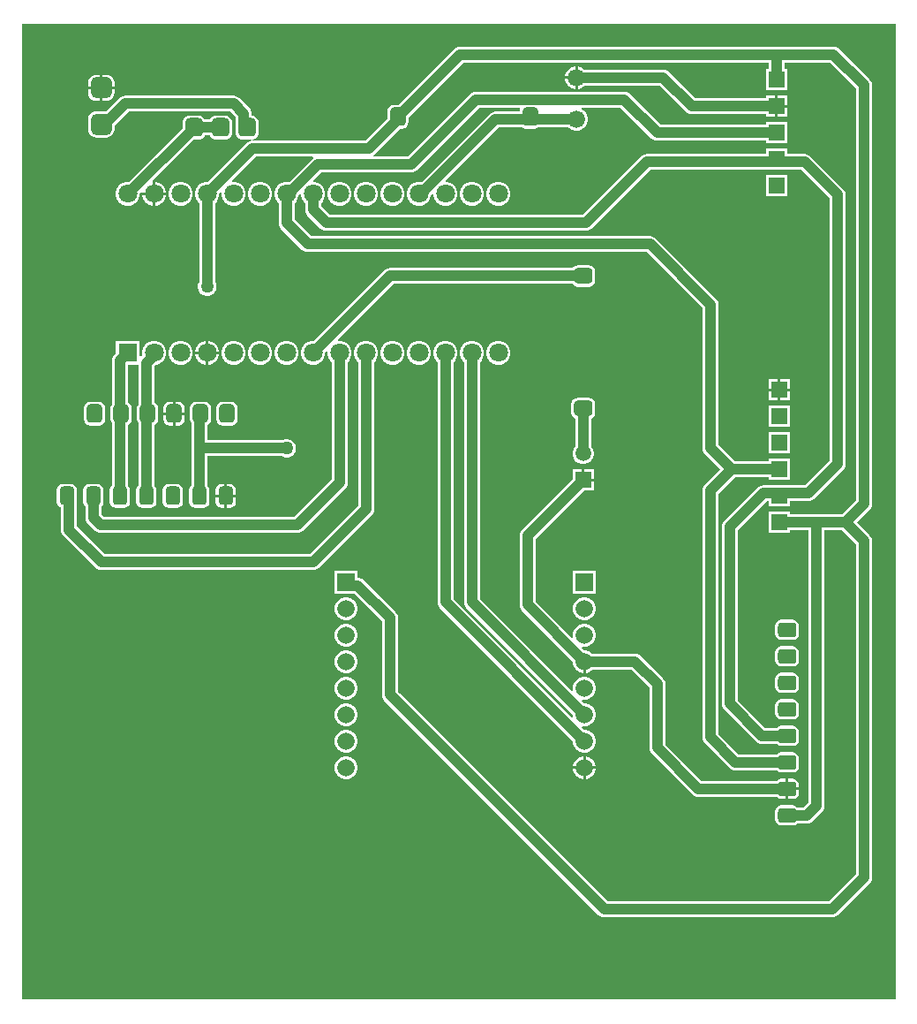
<source format=gbl>
G04*
G04 #@! TF.GenerationSoftware,Altium Limited,Altium Designer,23.0.1 (38)*
G04*
G04 Layer_Physical_Order=2*
G04 Layer_Color=16711680*
%FSLAX44Y44*%
%MOMM*%
G71*
G04*
G04 #@! TF.SameCoordinates,985B461A-E2ED-4122-8631-A30AF7355125*
G04*
G04*
G04 #@! TF.FilePolarity,Positive*
G04*
G01*
G75*
%ADD10C,1.0160*%
%ADD11R,1.5240X1.5240*%
G04:AMPARAMS|DCode=12|XSize=1.408mm|YSize=1.778mm|CornerRadius=0.352mm|HoleSize=0mm|Usage=FLASHONLY|Rotation=270.000|XOffset=0mm|YOffset=0mm|HoleType=Round|Shape=RoundedRectangle|*
%AMROUNDEDRECTD12*
21,1,1.4080,1.0740,0,0,270.0*
21,1,0.7040,1.7780,0,0,270.0*
1,1,0.7040,-0.5370,-0.3520*
1,1,0.7040,-0.5370,0.3520*
1,1,0.7040,0.5370,0.3520*
1,1,0.7040,0.5370,-0.3520*
%
%ADD12ROUNDEDRECTD12*%
%ADD13R,1.8000X1.8000*%
%ADD14C,1.8000*%
G04:AMPARAMS|DCode=15|XSize=1.524mm|YSize=1.778mm|CornerRadius=0.381mm|HoleSize=0mm|Usage=FLASHONLY|Rotation=0.000|XOffset=0mm|YOffset=0mm|HoleType=Round|Shape=RoundedRectangle|*
%AMROUNDEDRECTD15*
21,1,1.5240,1.0160,0,0,0.0*
21,1,0.7620,1.7780,0,0,0.0*
1,1,0.7620,0.3810,-0.5080*
1,1,0.7620,-0.3810,-0.5080*
1,1,0.7620,-0.3810,0.5080*
1,1,0.7620,0.3810,0.5080*
%
%ADD15ROUNDEDRECTD15*%
%ADD16C,1.6764*%
G04:AMPARAMS|DCode=17|XSize=1.7mm|YSize=1.778mm|CornerRadius=0.425mm|HoleSize=0mm|Usage=FLASHONLY|Rotation=180.000|XOffset=0mm|YOffset=0mm|HoleType=Round|Shape=RoundedRectangle|*
%AMROUNDEDRECTD17*
21,1,1.7000,0.9280,0,0,180.0*
21,1,0.8500,1.7780,0,0,180.0*
1,1,0.8500,-0.4250,0.4640*
1,1,0.8500,0.4250,0.4640*
1,1,0.8500,0.4250,-0.4640*
1,1,0.8500,-0.4250,-0.4640*
%
%ADD17ROUNDEDRECTD17*%
G04:AMPARAMS|DCode=18|XSize=1.408mm|YSize=1.778mm|CornerRadius=0.352mm|HoleSize=0mm|Usage=FLASHONLY|Rotation=0.000|XOffset=0mm|YOffset=0mm|HoleType=Round|Shape=RoundedRectangle|*
%AMROUNDEDRECTD18*
21,1,1.4080,1.0740,0,0,0.0*
21,1,0.7040,1.7780,0,0,0.0*
1,1,0.7040,0.3520,-0.5370*
1,1,0.7040,-0.3520,-0.5370*
1,1,0.7040,-0.3520,0.5370*
1,1,0.7040,0.3520,0.5370*
%
%ADD18ROUNDEDRECTD18*%
G04:AMPARAMS|DCode=19|XSize=2mm|YSize=2mm|CornerRadius=0.5mm|HoleSize=0mm|Usage=FLASHONLY|Rotation=270.000|XOffset=0mm|YOffset=0mm|HoleType=Round|Shape=RoundedRectangle|*
%AMROUNDEDRECTD19*
21,1,2.0000,1.0000,0,0,270.0*
21,1,1.0000,2.0000,0,0,270.0*
1,1,1.0000,-0.5000,-0.5000*
1,1,1.0000,-0.5000,0.5000*
1,1,1.0000,0.5000,0.5000*
1,1,1.0000,0.5000,-0.5000*
%
%ADD19ROUNDEDRECTD19*%
%ADD20C,1.6650*%
%ADD21R,1.6650X1.6650*%
%ADD22R,1.5080X1.5080*%
%ADD23C,1.5080*%
G04:AMPARAMS|DCode=24|XSize=1.524mm|YSize=1.778mm|CornerRadius=0.381mm|HoleSize=0mm|Usage=FLASHONLY|Rotation=270.000|XOffset=0mm|YOffset=0mm|HoleType=Round|Shape=RoundedRectangle|*
%AMROUNDEDRECTD24*
21,1,1.5240,1.0160,0,0,270.0*
21,1,0.7620,1.7780,0,0,270.0*
1,1,0.7620,-0.5080,-0.3810*
1,1,0.7620,-0.5080,0.3810*
1,1,0.7620,0.5080,0.3810*
1,1,0.7620,0.5080,-0.3810*
%
%ADD24ROUNDEDRECTD24*%
%ADD25C,1.2700*%
G36*
X1092200Y281940D02*
X254000D01*
X254000Y1216660D01*
X1092200D01*
X1092200Y281940D01*
D02*
G37*
%LPC*%
G36*
X784860Y1176396D02*
X784692D01*
X781914Y1175652D01*
X779424Y1174214D01*
X777390Y1172180D01*
X775952Y1169690D01*
X775208Y1166912D01*
Y1166744D01*
X784860D01*
Y1176396D01*
D02*
G37*
G36*
X335200Y1168305D02*
X331470D01*
Y1156970D01*
X342805D01*
Y1160700D01*
X342546Y1162668D01*
X341786Y1164502D01*
X340578Y1166078D01*
X339002Y1167286D01*
X337168Y1168046D01*
X335200Y1168305D01*
D02*
G37*
G36*
X328930D02*
X325200D01*
X323232Y1168046D01*
X321398Y1167286D01*
X319822Y1166078D01*
X318614Y1164502D01*
X317854Y1162668D01*
X317595Y1160700D01*
Y1156970D01*
X328930D01*
Y1168305D01*
D02*
G37*
G36*
X784860Y1164204D02*
X775208D01*
Y1164036D01*
X775952Y1161258D01*
X777390Y1158768D01*
X779424Y1156734D01*
X781914Y1155296D01*
X784692Y1154552D01*
X784860D01*
Y1164204D01*
D02*
G37*
G36*
X342805Y1154430D02*
X331470D01*
Y1143095D01*
X335200D01*
X337168Y1143354D01*
X339002Y1144114D01*
X340578Y1145322D01*
X341786Y1146898D01*
X342546Y1148732D01*
X342805Y1150700D01*
Y1154430D01*
D02*
G37*
G36*
X328930D02*
X317595D01*
Y1150700D01*
X317854Y1148732D01*
X318614Y1146898D01*
X319822Y1145322D01*
X321398Y1144114D01*
X323232Y1143354D01*
X325200Y1143095D01*
X328930D01*
Y1154430D01*
D02*
G37*
G36*
X988060Y1148080D02*
X979170D01*
Y1139190D01*
X988060D01*
Y1148080D01*
D02*
G37*
G36*
Y1136650D02*
X979170D01*
Y1127760D01*
X988060D01*
Y1136650D01*
D02*
G37*
G36*
X787568Y1176396D02*
X787400D01*
Y1165474D01*
Y1154552D01*
X787568D01*
X790346Y1155296D01*
X792836Y1156734D01*
X793890Y1157788D01*
X865948D01*
X891251Y1132485D01*
X891251Y1132485D01*
X892843Y1131264D01*
X894696Y1130496D01*
X896685Y1130234D01*
X896686Y1130234D01*
X967740D01*
Y1127760D01*
X976630D01*
Y1137920D01*
Y1148080D01*
X967740D01*
Y1145606D01*
X899869D01*
X874566Y1170909D01*
X872974Y1172130D01*
X871121Y1172898D01*
X869131Y1173160D01*
X793890D01*
X792836Y1174214D01*
X790346Y1175652D01*
X787568Y1176396D01*
D02*
G37*
G36*
X448750Y1129089D02*
X440250D01*
X438478Y1128855D01*
X436826Y1128171D01*
X435407Y1127083D01*
X434319Y1125664D01*
X434162Y1125286D01*
X429438D01*
X429281Y1125664D01*
X428193Y1127083D01*
X426774Y1128171D01*
X425122Y1128855D01*
X423350Y1129089D01*
X414850D01*
X413078Y1128855D01*
X411426Y1128171D01*
X410007Y1127083D01*
X408919Y1125664D01*
X408235Y1124013D01*
X408001Y1122240D01*
Y1116981D01*
X356661Y1065640D01*
X354081D01*
X351146Y1064854D01*
X348514Y1063334D01*
X346366Y1061186D01*
X344846Y1058554D01*
X344060Y1055619D01*
Y1052581D01*
X344846Y1049646D01*
X346366Y1047014D01*
X348514Y1044866D01*
X351146Y1043346D01*
X354081Y1042560D01*
X357119D01*
X360054Y1043346D01*
X362686Y1044866D01*
X364834Y1047014D01*
X366353Y1049646D01*
X367140Y1052581D01*
Y1054381D01*
X368190Y1055431D01*
X368337Y1055370D01*
X379730D01*
Y1066764D01*
X379669Y1066910D01*
X418871Y1106111D01*
X423350D01*
X425122Y1106345D01*
X426774Y1107029D01*
X428193Y1108117D01*
X429281Y1109536D01*
X429438Y1109914D01*
X434162D01*
X434319Y1109536D01*
X435407Y1108117D01*
X436826Y1107029D01*
X438478Y1106345D01*
X440250Y1106111D01*
X448750D01*
X450522Y1106345D01*
X452174Y1107029D01*
X453593Y1108117D01*
X454681Y1109536D01*
X455365Y1111187D01*
X455599Y1112960D01*
Y1122240D01*
X455365Y1124013D01*
X454681Y1125664D01*
X453593Y1127083D01*
X452174Y1128171D01*
X450522Y1128855D01*
X448750Y1129089D01*
D02*
G37*
G36*
X382519Y1065640D02*
X382270D01*
Y1055370D01*
X392540D01*
Y1055619D01*
X391754Y1058554D01*
X390234Y1061186D01*
X388086Y1063334D01*
X385454Y1064854D01*
X382519Y1065640D01*
D02*
G37*
G36*
X988060Y1071880D02*
X967740D01*
Y1051560D01*
X988060D01*
Y1071880D01*
D02*
G37*
G36*
X712719Y1065640D02*
X709681D01*
X706746Y1064854D01*
X704114Y1063334D01*
X701966Y1061186D01*
X700446Y1058554D01*
X699660Y1055619D01*
Y1052581D01*
X700446Y1049646D01*
X701966Y1047014D01*
X704114Y1044866D01*
X706746Y1043346D01*
X709681Y1042560D01*
X712719D01*
X715654Y1043346D01*
X718286Y1044866D01*
X720434Y1047014D01*
X721954Y1049646D01*
X722740Y1052581D01*
Y1055619D01*
X721954Y1058554D01*
X720434Y1061186D01*
X718286Y1063334D01*
X715654Y1064854D01*
X712719Y1065640D01*
D02*
G37*
G36*
X687319D02*
X684281D01*
X681346Y1064854D01*
X678714Y1063334D01*
X676566Y1061186D01*
X675046Y1058554D01*
X674260Y1055619D01*
Y1052581D01*
X675046Y1049646D01*
X676566Y1047014D01*
X678714Y1044866D01*
X681346Y1043346D01*
X684281Y1042560D01*
X687319D01*
X690254Y1043346D01*
X692886Y1044866D01*
X695034Y1047014D01*
X696553Y1049646D01*
X697340Y1052581D01*
Y1055619D01*
X696553Y1058554D01*
X695034Y1061186D01*
X692886Y1063334D01*
X690254Y1064854D01*
X687319Y1065640D01*
D02*
G37*
G36*
X611119D02*
X608081D01*
X605146Y1064854D01*
X602514Y1063334D01*
X600366Y1061186D01*
X598847Y1058554D01*
X598060Y1055619D01*
Y1052581D01*
X598847Y1049646D01*
X600366Y1047014D01*
X602514Y1044866D01*
X605146Y1043346D01*
X608081Y1042560D01*
X611119D01*
X614054Y1043346D01*
X616686Y1044866D01*
X618834Y1047014D01*
X620354Y1049646D01*
X621140Y1052581D01*
Y1055619D01*
X620354Y1058554D01*
X618834Y1061186D01*
X616686Y1063334D01*
X614054Y1064854D01*
X611119Y1065640D01*
D02*
G37*
G36*
X585719D02*
X582681D01*
X579746Y1064854D01*
X577114Y1063334D01*
X574966Y1061186D01*
X573447Y1058554D01*
X572660Y1055619D01*
Y1052581D01*
X573447Y1049646D01*
X574966Y1047014D01*
X577114Y1044866D01*
X579746Y1043346D01*
X582681Y1042560D01*
X585719D01*
X588654Y1043346D01*
X591286Y1044866D01*
X593434Y1047014D01*
X594953Y1049646D01*
X595740Y1052581D01*
Y1055619D01*
X594953Y1058554D01*
X593434Y1061186D01*
X591286Y1063334D01*
X588654Y1064854D01*
X585719Y1065640D01*
D02*
G37*
G36*
X560319D02*
X557281D01*
X554346Y1064854D01*
X551714Y1063334D01*
X549566Y1061186D01*
X548046Y1058554D01*
X547260Y1055619D01*
Y1052581D01*
X548046Y1049646D01*
X549566Y1047014D01*
X551714Y1044866D01*
X554346Y1043346D01*
X557281Y1042560D01*
X560319D01*
X563254Y1043346D01*
X565886Y1044866D01*
X568034Y1047014D01*
X569553Y1049646D01*
X570340Y1052581D01*
Y1055619D01*
X569553Y1058554D01*
X568034Y1061186D01*
X565886Y1063334D01*
X563254Y1064854D01*
X560319Y1065640D01*
D02*
G37*
G36*
X484119D02*
X481081D01*
X478146Y1064854D01*
X475514Y1063334D01*
X473366Y1061186D01*
X471847Y1058554D01*
X471060Y1055619D01*
Y1052581D01*
X471847Y1049646D01*
X473366Y1047014D01*
X475514Y1044866D01*
X478146Y1043346D01*
X481081Y1042560D01*
X484119D01*
X487054Y1043346D01*
X489686Y1044866D01*
X491834Y1047014D01*
X493354Y1049646D01*
X494140Y1052581D01*
Y1055619D01*
X493354Y1058554D01*
X491834Y1061186D01*
X489686Y1063334D01*
X487054Y1064854D01*
X484119Y1065640D01*
D02*
G37*
G36*
X407919D02*
X404881D01*
X401946Y1064854D01*
X399314Y1063334D01*
X397166Y1061186D01*
X395647Y1058554D01*
X394860Y1055619D01*
Y1052581D01*
X395647Y1049646D01*
X397166Y1047014D01*
X399314Y1044866D01*
X401946Y1043346D01*
X404881Y1042560D01*
X407919D01*
X410854Y1043346D01*
X413486Y1044866D01*
X415634Y1047014D01*
X417154Y1049646D01*
X417940Y1052581D01*
Y1055619D01*
X417154Y1058554D01*
X415634Y1061186D01*
X413486Y1063334D01*
X410854Y1064854D01*
X407919Y1065640D01*
D02*
G37*
G36*
X392540Y1052830D02*
X382270D01*
Y1042560D01*
X382519D01*
X385454Y1043346D01*
X388086Y1044866D01*
X390234Y1047014D01*
X391754Y1049646D01*
X392540Y1052581D01*
Y1052830D01*
D02*
G37*
G36*
X379730D02*
X369460D01*
Y1052581D01*
X370247Y1049646D01*
X371766Y1047014D01*
X373914Y1044866D01*
X376546Y1043346D01*
X379481Y1042560D01*
X379730D01*
Y1052830D01*
D02*
G37*
G36*
X797560Y985644D02*
X787400D01*
X784922Y985152D01*
X782822Y983748D01*
X782353Y983046D01*
X607060D01*
X605071Y982784D01*
X603217Y982016D01*
X601625Y980795D01*
X601625Y980795D01*
X534071Y913240D01*
X531881D01*
X528946Y912454D01*
X526314Y910934D01*
X524166Y908786D01*
X522646Y906154D01*
X521860Y903219D01*
Y900181D01*
X522646Y897246D01*
X524166Y894614D01*
X526314Y892466D01*
X528946Y890947D01*
X531881Y890160D01*
X534919D01*
X537854Y890947D01*
X540486Y892466D01*
X542634Y894614D01*
X544154Y897246D01*
X544940Y900181D01*
Y902371D01*
X546132Y903563D01*
X547260Y902895D01*
Y900181D01*
X548046Y897246D01*
X549566Y894614D01*
X551114Y893066D01*
Y780424D01*
X514976Y744286D01*
X332804D01*
X330266Y746824D01*
Y754665D01*
X330469Y754801D01*
X331808Y756805D01*
X332279Y759170D01*
Y769910D01*
X331808Y772274D01*
X330469Y774279D01*
X328465Y775618D01*
X326100Y776089D01*
X319060D01*
X316695Y775618D01*
X314691Y774279D01*
X313352Y772274D01*
X312881Y769910D01*
Y759170D01*
X313352Y756805D01*
X314691Y754801D01*
X314894Y754665D01*
Y743640D01*
X315156Y741651D01*
X315924Y739797D01*
X317145Y738205D01*
X324185Y731165D01*
X325777Y729944D01*
X327631Y729176D01*
X329620Y728914D01*
X518160D01*
X520149Y729176D01*
X522003Y729944D01*
X523595Y731165D01*
X564235Y771805D01*
X565456Y773397D01*
X566224Y775251D01*
X566486Y777240D01*
X566486Y777240D01*
Y893066D01*
X568034Y894614D01*
X569553Y897246D01*
X570340Y900181D01*
Y903219D01*
X569553Y906154D01*
X568034Y908786D01*
X565886Y910934D01*
X563254Y912454D01*
X560319Y913240D01*
X557605D01*
X556937Y914368D01*
X610243Y967674D01*
X782353D01*
X782822Y966972D01*
X784922Y965568D01*
X787400Y965076D01*
X797560D01*
X800038Y965568D01*
X802138Y966972D01*
X803542Y969072D01*
X804034Y971550D01*
Y979170D01*
X803542Y981648D01*
X802138Y983748D01*
X800038Y985152D01*
X797560Y985644D01*
D02*
G37*
G36*
X433319Y913240D02*
X433070D01*
Y902970D01*
X443340D01*
Y903219D01*
X442553Y906154D01*
X441034Y908786D01*
X438886Y910934D01*
X436254Y912454D01*
X433319Y913240D01*
D02*
G37*
G36*
X430530D02*
X430281D01*
X427346Y912454D01*
X424714Y910934D01*
X422566Y908786D01*
X421046Y906154D01*
X420260Y903219D01*
Y902970D01*
X430530D01*
Y913240D01*
D02*
G37*
G36*
X382519D02*
X379481D01*
X376546Y912454D01*
X373914Y910934D01*
X371766Y908786D01*
X370247Y906154D01*
X369460Y903219D01*
Y900181D01*
X369729Y899177D01*
X368410Y897858D01*
X367140Y898384D01*
Y913240D01*
X344060D01*
Y901029D01*
X342545Y899515D01*
X341324Y897923D01*
X340556Y896069D01*
X340294Y894080D01*
Y852088D01*
X339458Y850838D01*
X338966Y848360D01*
Y838200D01*
X339458Y835722D01*
X340294Y834472D01*
Y774415D01*
X340091Y774279D01*
X338752Y772274D01*
X338281Y769910D01*
Y759170D01*
X338752Y756805D01*
X340091Y754801D01*
X342095Y753462D01*
X344460Y752991D01*
X351500D01*
X353865Y753462D01*
X355869Y754801D01*
X357208Y756805D01*
X357679Y759170D01*
Y769910D01*
X357208Y772274D01*
X355869Y774279D01*
X355666Y774415D01*
Y832304D01*
X357638Y833622D01*
X359042Y835722D01*
X359534Y838200D01*
Y848360D01*
X359042Y850838D01*
X357638Y852938D01*
X355666Y854256D01*
Y890160D01*
X365694D01*
Y852088D01*
X364858Y850838D01*
X364366Y848360D01*
Y838200D01*
X364858Y835722D01*
X365694Y834472D01*
Y774415D01*
X365491Y774279D01*
X364152Y772274D01*
X363681Y769910D01*
Y759170D01*
X364152Y756805D01*
X365491Y754801D01*
X367495Y753462D01*
X369860Y752991D01*
X376900D01*
X379264Y753462D01*
X381269Y754801D01*
X382608Y756805D01*
X383079Y759170D01*
Y769910D01*
X382608Y772274D01*
X381269Y774279D01*
X381066Y774415D01*
Y832304D01*
X383038Y833622D01*
X384442Y835722D01*
X384934Y838200D01*
Y848360D01*
X384442Y850838D01*
X383038Y852938D01*
X381066Y854256D01*
Y888775D01*
X382451Y890160D01*
X382519D01*
X385454Y890947D01*
X388086Y892466D01*
X390234Y894614D01*
X391754Y897246D01*
X392540Y900181D01*
Y903219D01*
X391754Y906154D01*
X390234Y908786D01*
X388086Y910934D01*
X385454Y912454D01*
X382519Y913240D01*
D02*
G37*
G36*
X712719D02*
X709681D01*
X706746Y912454D01*
X704114Y910934D01*
X701966Y908786D01*
X700446Y906154D01*
X699660Y903219D01*
Y900181D01*
X700446Y897246D01*
X701966Y894614D01*
X704114Y892466D01*
X706746Y890947D01*
X709681Y890160D01*
X712719D01*
X715654Y890947D01*
X718286Y892466D01*
X720434Y894614D01*
X721954Y897246D01*
X722740Y900181D01*
Y903219D01*
X721954Y906154D01*
X720434Y908786D01*
X718286Y910934D01*
X715654Y912454D01*
X712719Y913240D01*
D02*
G37*
G36*
X636519D02*
X633481D01*
X630546Y912454D01*
X627914Y910934D01*
X625766Y908786D01*
X624246Y906154D01*
X623460Y903219D01*
Y900181D01*
X624246Y897246D01*
X625766Y894614D01*
X627914Y892466D01*
X630546Y890947D01*
X633481Y890160D01*
X636519D01*
X639454Y890947D01*
X642086Y892466D01*
X644234Y894614D01*
X645753Y897246D01*
X646540Y900181D01*
Y903219D01*
X645753Y906154D01*
X644234Y908786D01*
X642086Y910934D01*
X639454Y912454D01*
X636519Y913240D01*
D02*
G37*
G36*
X611119D02*
X608081D01*
X605146Y912454D01*
X602514Y910934D01*
X600366Y908786D01*
X598847Y906154D01*
X598060Y903219D01*
Y900181D01*
X598847Y897246D01*
X600366Y894614D01*
X602514Y892466D01*
X605146Y890947D01*
X608081Y890160D01*
X611119D01*
X614054Y890947D01*
X616686Y892466D01*
X618834Y894614D01*
X620354Y897246D01*
X621140Y900181D01*
Y903219D01*
X620354Y906154D01*
X618834Y908786D01*
X616686Y910934D01*
X614054Y912454D01*
X611119Y913240D01*
D02*
G37*
G36*
X509519D02*
X506481D01*
X503546Y912454D01*
X500914Y910934D01*
X498766Y908786D01*
X497247Y906154D01*
X496460Y903219D01*
Y900181D01*
X497247Y897246D01*
X498766Y894614D01*
X500914Y892466D01*
X503546Y890947D01*
X506481Y890160D01*
X509519D01*
X512454Y890947D01*
X515086Y892466D01*
X517234Y894614D01*
X518754Y897246D01*
X519540Y900181D01*
Y903219D01*
X518754Y906154D01*
X517234Y908786D01*
X515086Y910934D01*
X512454Y912454D01*
X509519Y913240D01*
D02*
G37*
G36*
X484119D02*
X481081D01*
X478146Y912454D01*
X475514Y910934D01*
X473366Y908786D01*
X471847Y906154D01*
X471060Y903219D01*
Y900181D01*
X471847Y897246D01*
X473366Y894614D01*
X475514Y892466D01*
X478146Y890947D01*
X481081Y890160D01*
X484119D01*
X487054Y890947D01*
X489686Y892466D01*
X491834Y894614D01*
X493354Y897246D01*
X494140Y900181D01*
Y903219D01*
X493354Y906154D01*
X491834Y908786D01*
X489686Y910934D01*
X487054Y912454D01*
X484119Y913240D01*
D02*
G37*
G36*
X458719D02*
X455681D01*
X452746Y912454D01*
X450114Y910934D01*
X447966Y908786D01*
X446446Y906154D01*
X445660Y903219D01*
Y900181D01*
X446446Y897246D01*
X447966Y894614D01*
X450114Y892466D01*
X452746Y890947D01*
X455681Y890160D01*
X458719D01*
X461654Y890947D01*
X464286Y892466D01*
X466434Y894614D01*
X467953Y897246D01*
X468740Y900181D01*
Y903219D01*
X467953Y906154D01*
X466434Y908786D01*
X464286Y910934D01*
X461654Y912454D01*
X458719Y913240D01*
D02*
G37*
G36*
X443340Y900430D02*
X433070D01*
Y890160D01*
X433319D01*
X436254Y890947D01*
X438886Y892466D01*
X441034Y894614D01*
X442553Y897246D01*
X443340Y900181D01*
Y900430D01*
D02*
G37*
G36*
X430530D02*
X420260D01*
Y900181D01*
X421046Y897246D01*
X422566Y894614D01*
X424714Y892466D01*
X427346Y890947D01*
X430281Y890160D01*
X430530D01*
Y900430D01*
D02*
G37*
G36*
X407919Y913240D02*
X404881D01*
X401946Y912454D01*
X399314Y910934D01*
X397166Y908786D01*
X395647Y906154D01*
X394860Y903219D01*
Y900181D01*
X395647Y897246D01*
X397166Y894614D01*
X399314Y892466D01*
X401946Y890947D01*
X404881Y890160D01*
X407919D01*
X410854Y890947D01*
X413486Y892466D01*
X415634Y894614D01*
X417154Y897246D01*
X417940Y900181D01*
Y903219D01*
X417154Y906154D01*
X415634Y908786D01*
X413486Y910934D01*
X410854Y912454D01*
X407919Y913240D01*
D02*
G37*
G36*
X990600Y876300D02*
X981710D01*
Y867410D01*
X990600D01*
Y876300D01*
D02*
G37*
G36*
X979170D02*
X970280D01*
Y867410D01*
X979170D01*
Y876300D01*
D02*
G37*
G36*
X990600Y864870D02*
X981710D01*
Y855980D01*
X990600D01*
Y864870D01*
D02*
G37*
G36*
X979170D02*
X970280D01*
Y855980D01*
X979170D01*
Y864870D01*
D02*
G37*
G36*
X403860Y854834D02*
X401320D01*
Y844550D01*
X410334D01*
Y848360D01*
X409842Y850838D01*
X408438Y852938D01*
X406338Y854342D01*
X403860Y854834D01*
D02*
G37*
G36*
X398780D02*
X396240D01*
X393762Y854342D01*
X391662Y852938D01*
X390258Y850838D01*
X389766Y848360D01*
Y844550D01*
X398780D01*
Y854834D01*
D02*
G37*
G36*
X454660D02*
X447040D01*
X444562Y854342D01*
X442462Y852938D01*
X441058Y850838D01*
X440566Y848360D01*
Y838200D01*
X441058Y835722D01*
X442462Y833622D01*
X444562Y832218D01*
X447040Y831726D01*
X454660D01*
X457138Y832218D01*
X459238Y833622D01*
X460642Y835722D01*
X461134Y838200D01*
Y848360D01*
X460642Y850838D01*
X459238Y852938D01*
X457138Y854342D01*
X454660Y854834D01*
D02*
G37*
G36*
X410334Y842010D02*
X401320D01*
Y831726D01*
X403860D01*
X406338Y832218D01*
X408438Y833622D01*
X409842Y835722D01*
X410334Y838200D01*
Y842010D01*
D02*
G37*
G36*
X398780D02*
X389766D01*
Y838200D01*
X390258Y835722D01*
X391662Y833622D01*
X393762Y832218D01*
X396240Y831726D01*
X398780D01*
Y842010D01*
D02*
G37*
G36*
X327660Y854834D02*
X320040D01*
X317562Y854342D01*
X315462Y852938D01*
X314058Y850838D01*
X313566Y848360D01*
Y838200D01*
X314058Y835722D01*
X315462Y833622D01*
X317562Y832218D01*
X320040Y831726D01*
X327660D01*
X330138Y832218D01*
X332238Y833622D01*
X333642Y835722D01*
X334134Y838200D01*
Y848360D01*
X333642Y850838D01*
X332238Y852938D01*
X330138Y854342D01*
X327660Y854834D01*
D02*
G37*
G36*
X990600Y850900D02*
X970280D01*
Y830580D01*
X990600D01*
Y850900D01*
D02*
G37*
G36*
Y825500D02*
X970280D01*
Y805180D01*
X990600D01*
Y825500D01*
D02*
G37*
G36*
X429260Y854834D02*
X421640D01*
X419162Y854342D01*
X417062Y852938D01*
X415658Y850838D01*
X415166Y848360D01*
Y838200D01*
X415658Y835722D01*
X416494Y834472D01*
Y812800D01*
Y774415D01*
X416291Y774279D01*
X414952Y772274D01*
X414481Y769910D01*
Y759170D01*
X414952Y756805D01*
X416291Y754801D01*
X418296Y753462D01*
X420660Y752991D01*
X427700D01*
X430065Y753462D01*
X432069Y754801D01*
X433408Y756805D01*
X433879Y759170D01*
Y769910D01*
X433408Y772274D01*
X432069Y774279D01*
X431866Y774415D01*
Y802574D01*
X503532D01*
X504569Y801976D01*
X506830Y801370D01*
X509170D01*
X511431Y801976D01*
X513459Y803146D01*
X515114Y804801D01*
X516284Y806829D01*
X516890Y809090D01*
Y811430D01*
X516284Y813691D01*
X515114Y815719D01*
X513459Y817374D01*
X511431Y818544D01*
X509170Y819150D01*
X506830D01*
X504569Y818544D01*
X503532Y817946D01*
X431866D01*
Y832304D01*
X433838Y833622D01*
X435242Y835722D01*
X435734Y838200D01*
Y848360D01*
X435242Y850838D01*
X433838Y852938D01*
X431738Y854342D01*
X429260Y854834D01*
D02*
G37*
G36*
X797560Y858644D02*
X787400D01*
X784922Y858152D01*
X782822Y856748D01*
X781418Y854648D01*
X780926Y852170D01*
Y844550D01*
X781418Y842072D01*
X782822Y839972D01*
X784794Y838654D01*
Y811749D01*
X784414Y811369D01*
X783087Y809071D01*
X782400Y806507D01*
Y803853D01*
X783087Y801289D01*
X784414Y798991D01*
X786291Y797114D01*
X788589Y795787D01*
X791153Y795100D01*
X793807D01*
X796371Y795787D01*
X798669Y797114D01*
X800546Y798991D01*
X801873Y801289D01*
X802560Y803853D01*
Y806507D01*
X801873Y809071D01*
X800546Y811369D01*
X800166Y811749D01*
Y838654D01*
X802138Y839972D01*
X803542Y842072D01*
X804034Y844550D01*
Y852170D01*
X803542Y854648D01*
X802138Y856748D01*
X800038Y858152D01*
X797560Y858644D01*
D02*
G37*
G36*
X802560Y789860D02*
X793750D01*
Y781050D01*
X802560D01*
Y789860D01*
D02*
G37*
G36*
X453100Y776089D02*
X450850D01*
Y765810D01*
X459279D01*
Y769910D01*
X458808Y772274D01*
X457469Y774279D01*
X455465Y775618D01*
X453100Y776089D01*
D02*
G37*
G36*
X448310D02*
X446060D01*
X443695Y775618D01*
X441691Y774279D01*
X440352Y772274D01*
X439881Y769910D01*
Y765810D01*
X448310D01*
Y776089D01*
D02*
G37*
G36*
X459279Y763270D02*
X450850D01*
Y752991D01*
X453100D01*
X455465Y753462D01*
X457469Y754801D01*
X458808Y756805D01*
X459279Y759170D01*
Y763270D01*
D02*
G37*
G36*
X448310D02*
X439881D01*
Y759170D01*
X440352Y756805D01*
X441691Y754801D01*
X443695Y753462D01*
X446060Y752991D01*
X448310D01*
Y763270D01*
D02*
G37*
G36*
X402300Y776089D02*
X395260D01*
X392896Y775618D01*
X390891Y774279D01*
X389552Y772274D01*
X389081Y769910D01*
Y759170D01*
X389552Y756805D01*
X390891Y754801D01*
X392896Y753462D01*
X395260Y752991D01*
X402300D01*
X404664Y753462D01*
X406669Y754801D01*
X408008Y756805D01*
X408479Y759170D01*
Y769910D01*
X408008Y772274D01*
X406669Y774279D01*
X404664Y775618D01*
X402300Y776089D01*
D02*
G37*
G36*
X1032510Y1195136D02*
X674370D01*
X672381Y1194874D01*
X670527Y1194106D01*
X668935Y1192885D01*
X615365Y1139314D01*
X610870D01*
X608392Y1138822D01*
X606292Y1137418D01*
X604888Y1135318D01*
X604396Y1132840D01*
Y1125805D01*
X583556Y1104966D01*
X475300D01*
X475178Y1104966D01*
X475095Y1106236D01*
X475193Y1106249D01*
X475923Y1106345D01*
X477574Y1107029D01*
X478993Y1108117D01*
X480081Y1109536D01*
X480765Y1111187D01*
X480999Y1112960D01*
Y1122240D01*
X480765Y1124013D01*
X480081Y1125664D01*
X478993Y1127083D01*
X477574Y1128171D01*
X475923Y1128855D01*
X474599Y1129029D01*
Y1130747D01*
X474337Y1132736D01*
X473570Y1134589D01*
X472348Y1136181D01*
X462635Y1145895D01*
X461043Y1147116D01*
X459189Y1147884D01*
X457200Y1148146D01*
X353060D01*
X351071Y1147884D01*
X349217Y1147116D01*
X347625Y1145895D01*
X335036Y1133305D01*
X325200D01*
X323232Y1133046D01*
X321398Y1132286D01*
X319822Y1131078D01*
X318614Y1129502D01*
X317854Y1127668D01*
X317595Y1125700D01*
Y1115700D01*
X317854Y1113732D01*
X318614Y1111897D01*
X319822Y1110322D01*
X321398Y1109114D01*
X323232Y1108354D01*
X325200Y1108095D01*
X335200D01*
X337168Y1108354D01*
X339002Y1109114D01*
X340578Y1110322D01*
X341786Y1111897D01*
X342546Y1113732D01*
X342805Y1115700D01*
Y1119533D01*
X343655Y1120185D01*
X356244Y1132774D01*
X454016D01*
X459228Y1127563D01*
Y1124478D01*
X459035Y1124013D01*
X458801Y1122240D01*
Y1112960D01*
X459035Y1111187D01*
X459719Y1109536D01*
X460807Y1108117D01*
X462226Y1107029D01*
X463877Y1106345D01*
X465650Y1106111D01*
X473830D01*
X473952Y1106111D01*
X474035Y1104842D01*
X473937Y1104828D01*
X472991Y1104704D01*
X471137Y1103936D01*
X469545Y1102715D01*
X432471Y1065640D01*
X430281D01*
X427346Y1064854D01*
X424714Y1063334D01*
X422566Y1061186D01*
X421046Y1058554D01*
X420260Y1055619D01*
Y1052581D01*
X421046Y1049646D01*
X422566Y1047014D01*
X424114Y1045466D01*
Y969668D01*
X423516Y968631D01*
X422910Y966370D01*
Y964030D01*
X423516Y961769D01*
X424686Y959741D01*
X426341Y958086D01*
X428369Y956916D01*
X430630Y956310D01*
X432970D01*
X435231Y956916D01*
X437259Y958086D01*
X438914Y959741D01*
X440084Y961769D01*
X440690Y964030D01*
Y966370D01*
X440084Y968631D01*
X439486Y969668D01*
Y1045466D01*
X441034Y1047014D01*
X442553Y1049646D01*
X443340Y1052581D01*
Y1054771D01*
X444532Y1055963D01*
X445660Y1055295D01*
Y1052581D01*
X446446Y1049646D01*
X447966Y1047014D01*
X450114Y1044866D01*
X452746Y1043346D01*
X455681Y1042560D01*
X458719D01*
X461654Y1043346D01*
X464286Y1044866D01*
X466434Y1047014D01*
X467953Y1049646D01*
X468740Y1052581D01*
Y1055619D01*
X467953Y1058554D01*
X466434Y1061186D01*
X464286Y1063334D01*
X461654Y1064854D01*
X458719Y1065640D01*
X456005D01*
X455337Y1066768D01*
X478164Y1089594D01*
X533077D01*
X533508Y1088324D01*
X532401Y1087475D01*
X510345Y1065419D01*
X509519Y1065640D01*
X506481D01*
X503546Y1064854D01*
X500914Y1063334D01*
X498766Y1061186D01*
X497247Y1058554D01*
X496460Y1055619D01*
Y1052581D01*
X497247Y1049646D01*
X498766Y1047014D01*
X500314Y1045466D01*
Y1026160D01*
X500576Y1024171D01*
X501344Y1022317D01*
X502565Y1020725D01*
X522885Y1000405D01*
X524477Y999184D01*
X526331Y998416D01*
X528320Y998154D01*
X853503D01*
X906714Y944943D01*
Y810260D01*
X906976Y808271D01*
X907744Y806417D01*
X908965Y804825D01*
X923851Y789940D01*
X908965Y775055D01*
X907744Y773463D01*
X906976Y771609D01*
X906714Y769620D01*
Y533400D01*
X906976Y531411D01*
X907744Y529557D01*
X908965Y527965D01*
X933095Y503835D01*
X934687Y502614D01*
X936541Y501846D01*
X938530Y501584D01*
X978185D01*
X978321Y501381D01*
X980325Y500042D01*
X982690Y499571D01*
X993430D01*
X995795Y500042D01*
X997799Y501381D01*
X999138Y503386D01*
X999609Y505750D01*
Y512790D01*
X999138Y515154D01*
X997799Y517159D01*
X995795Y518498D01*
X993430Y518969D01*
X982690D01*
X980325Y518498D01*
X978321Y517159D01*
X978185Y516956D01*
X941714D01*
X922086Y536584D01*
Y766436D01*
X937904Y782254D01*
X970280D01*
Y779780D01*
X990600D01*
Y800100D01*
X970280D01*
Y797626D01*
X937904D01*
X922086Y813444D01*
Y948127D01*
X921824Y950116D01*
X921056Y951970D01*
X919835Y953561D01*
X862122Y1011275D01*
X860530Y1012496D01*
X858676Y1013264D01*
X856687Y1013526D01*
X531504D01*
X515686Y1029344D01*
Y1045466D01*
X517234Y1047014D01*
X518754Y1049646D01*
X519540Y1052581D01*
Y1052875D01*
X520687Y1054022D01*
X521860Y1053536D01*
Y1052581D01*
X522646Y1049646D01*
X524166Y1047014D01*
X525714Y1045466D01*
Y1038860D01*
X525976Y1036871D01*
X526744Y1035017D01*
X527965Y1033425D01*
X540665Y1020725D01*
X542257Y1019504D01*
X544111Y1018736D01*
X546100Y1018474D01*
X546100Y1018474D01*
X795020D01*
X797009Y1018736D01*
X798863Y1019504D01*
X800455Y1020725D01*
X856624Y1076894D01*
X977900D01*
X978400Y1076960D01*
X979940D01*
X980440Y1076894D01*
X1002003D01*
X1028634Y1050263D01*
Y798204D01*
X1005196Y774766D01*
X965200D01*
X963211Y774504D01*
X961357Y773736D01*
X959765Y772515D01*
X927561Y740310D01*
X926339Y738718D01*
X925571Y736864D01*
X925310Y734875D01*
Y565605D01*
X925571Y563615D01*
X926339Y561762D01*
X927561Y560170D01*
X958495Y529235D01*
X958495Y529235D01*
X960087Y528014D01*
X961941Y527246D01*
X963930Y526984D01*
X978185D01*
X978321Y526781D01*
X980325Y525442D01*
X982690Y524971D01*
X993430D01*
X995795Y525442D01*
X997799Y526781D01*
X999138Y528786D01*
X999609Y531150D01*
Y538190D01*
X999138Y540555D01*
X997799Y542559D01*
X995795Y543898D01*
X993430Y544369D01*
X982690D01*
X980325Y543898D01*
X978321Y542559D01*
X978185Y542356D01*
X967113D01*
X940681Y568788D01*
Y731692D01*
X968384Y759394D01*
X970280D01*
Y754380D01*
X990600D01*
Y759394D01*
X1008380D01*
X1010369Y759656D01*
X1012223Y760424D01*
X1013815Y761645D01*
X1041755Y789585D01*
X1042976Y791177D01*
X1043744Y793031D01*
X1044006Y795020D01*
Y1053446D01*
X1043744Y1055435D01*
X1042976Y1057289D01*
X1041755Y1058881D01*
X1041755Y1058881D01*
X1010621Y1090015D01*
X1009029Y1091236D01*
X1007176Y1092004D01*
X1005186Y1092266D01*
X988060D01*
Y1097280D01*
X967740D01*
Y1092266D01*
X853440D01*
X851451Y1092004D01*
X849597Y1091236D01*
X848005Y1090015D01*
X791836Y1033846D01*
X549284D01*
X541086Y1042044D01*
Y1045466D01*
X542634Y1047014D01*
X544154Y1049646D01*
X544940Y1052581D01*
Y1055619D01*
X544154Y1058554D01*
X542634Y1061186D01*
X540486Y1063334D01*
X537854Y1064854D01*
X534919Y1065640D01*
X533964D01*
X533478Y1066813D01*
X541019Y1074354D01*
X627380D01*
X629369Y1074616D01*
X631223Y1075384D01*
X632815Y1076605D01*
X692794Y1136584D01*
X731388D01*
X731986Y1135464D01*
X731888Y1135318D01*
X731409Y1132906D01*
X708016D01*
X706027Y1132644D01*
X704173Y1131876D01*
X702581Y1130655D01*
X637345Y1065419D01*
X636519Y1065640D01*
X633481D01*
X630546Y1064854D01*
X627914Y1063334D01*
X625766Y1061186D01*
X624246Y1058554D01*
X623460Y1055619D01*
Y1052581D01*
X624246Y1049646D01*
X625766Y1047014D01*
X627914Y1044866D01*
X630546Y1043346D01*
X633481Y1042560D01*
X636519D01*
X639454Y1043346D01*
X642086Y1044866D01*
X644234Y1047014D01*
X645753Y1049646D01*
X646540Y1052581D01*
Y1052875D01*
X647687Y1054022D01*
X648860Y1053536D01*
Y1052581D01*
X649647Y1049646D01*
X651166Y1047014D01*
X653314Y1044866D01*
X655946Y1043346D01*
X658881Y1042560D01*
X661919D01*
X664854Y1043346D01*
X667486Y1044866D01*
X669634Y1047014D01*
X671153Y1049646D01*
X671940Y1052581D01*
Y1055619D01*
X671153Y1058554D01*
X669634Y1061186D01*
X667486Y1063334D01*
X664854Y1064854D01*
X661919Y1065640D01*
X660964D01*
X660478Y1066813D01*
X711199Y1117534D01*
X734141D01*
X735392Y1116698D01*
X737870Y1116206D01*
X745490D01*
X747968Y1116698D01*
X749219Y1117534D01*
X778624D01*
X779424Y1116734D01*
X781914Y1115296D01*
X784692Y1114552D01*
X787568D01*
X790346Y1115296D01*
X792836Y1116734D01*
X794870Y1118768D01*
X796308Y1121258D01*
X797052Y1124036D01*
Y1126912D01*
X796308Y1129690D01*
X794870Y1132180D01*
X792836Y1134214D01*
X790930Y1135314D01*
X791271Y1136584D01*
X828666D01*
X858165Y1107085D01*
X859757Y1105864D01*
X861611Y1105096D01*
X863600Y1104834D01*
X967740D01*
Y1102360D01*
X988060D01*
Y1122680D01*
X967740D01*
Y1120206D01*
X866784D01*
X837285Y1149705D01*
X835693Y1150926D01*
X833839Y1151694D01*
X831850Y1151956D01*
X689610D01*
X687621Y1151694D01*
X685767Y1150926D01*
X684175Y1149705D01*
X624196Y1089726D01*
X591499D01*
X591068Y1090996D01*
X592175Y1091845D01*
X616535Y1116206D01*
X618490D01*
X620968Y1116698D01*
X623068Y1118102D01*
X624472Y1120202D01*
X624964Y1122680D01*
Y1127175D01*
X677554Y1179764D01*
X970214D01*
Y1173480D01*
X967740D01*
Y1153160D01*
X988060D01*
Y1173480D01*
X985586D01*
Y1179764D01*
X1029326D01*
X1054034Y1155057D01*
Y760104D01*
X1040756Y746826D01*
X990600D01*
Y749300D01*
X970280D01*
Y728980D01*
X990600D01*
Y731454D01*
X1008314D01*
Y470544D01*
X1003926Y466156D01*
X997935D01*
X997799Y466359D01*
X995795Y467698D01*
X993430Y468169D01*
X982690D01*
X980325Y467698D01*
X978321Y466359D01*
X976982Y464355D01*
X976511Y461990D01*
Y454950D01*
X976982Y452585D01*
X978321Y450581D01*
X980325Y449242D01*
X982690Y448771D01*
X993430D01*
X995795Y449242D01*
X997799Y450581D01*
X997935Y450784D01*
X1007110D01*
X1009099Y451046D01*
X1010953Y451814D01*
X1012545Y453035D01*
X1021435Y461925D01*
X1022656Y463517D01*
X1023424Y465371D01*
X1023686Y467360D01*
X1023686Y467360D01*
Y731454D01*
X1040756D01*
X1054034Y718176D01*
Y401964D01*
X1028056Y375986D01*
X815984D01*
X614746Y577224D01*
Y647700D01*
X614484Y649689D01*
X613716Y651543D01*
X612495Y653135D01*
X581450Y684180D01*
X579858Y685401D01*
X578004Y686169D01*
X576015Y686431D01*
Y692855D01*
X554285D01*
Y671125D01*
X567896D01*
X568395Y671059D01*
X572831D01*
X599374Y644516D01*
Y574040D01*
X599636Y572051D01*
X600404Y570197D01*
X601625Y568605D01*
X807365Y362865D01*
X808957Y361644D01*
X810811Y360876D01*
X812800Y360614D01*
X1031240D01*
X1033229Y360876D01*
X1035083Y361644D01*
X1036675Y362865D01*
X1067155Y393345D01*
X1068376Y394937D01*
X1069144Y396791D01*
X1069406Y398780D01*
Y721360D01*
X1069144Y723349D01*
X1068376Y725203D01*
X1067155Y726795D01*
X1067155Y726795D01*
X1054809Y739140D01*
X1067155Y751485D01*
X1067155Y751485D01*
X1068376Y753077D01*
X1069144Y754931D01*
X1069406Y756920D01*
Y1158240D01*
X1069406Y1158240D01*
X1069144Y1160229D01*
X1068376Y1162083D01*
X1067155Y1163675D01*
X1067155Y1163675D01*
X1037945Y1192885D01*
X1036353Y1194106D01*
X1034499Y1194874D01*
X1032510Y1195136D01*
D02*
G37*
G36*
X585719Y913240D02*
X582681D01*
X579746Y912454D01*
X577114Y910934D01*
X574966Y908786D01*
X573447Y906154D01*
X572660Y903219D01*
Y900181D01*
X573447Y897246D01*
X574966Y894614D01*
X576514Y893066D01*
Y755024D01*
X530216Y708726D01*
X333384D01*
X306701Y735408D01*
Y758277D01*
X306879Y759170D01*
Y769910D01*
X306408Y772274D01*
X305069Y774279D01*
X303064Y775618D01*
X300700Y776089D01*
X293660D01*
X291296Y775618D01*
X289291Y774279D01*
X287952Y772274D01*
X287481Y769910D01*
Y759170D01*
X287952Y756805D01*
X289291Y754801D01*
X291296Y753462D01*
X291329Y753455D01*
Y732225D01*
X291591Y730236D01*
X292359Y728382D01*
X293581Y726790D01*
X324765Y695605D01*
X326357Y694384D01*
X328211Y693616D01*
X330200Y693354D01*
X533400D01*
X535389Y693616D01*
X537243Y694384D01*
X538835Y695605D01*
X589635Y746405D01*
X590856Y747997D01*
X591624Y749851D01*
X591886Y751840D01*
Y893066D01*
X593434Y894614D01*
X594953Y897246D01*
X595740Y900181D01*
Y903219D01*
X594953Y906154D01*
X593434Y908786D01*
X591286Y910934D01*
X588654Y912454D01*
X585719Y913240D01*
D02*
G37*
G36*
X804615Y692855D02*
X782885D01*
Y671125D01*
X804615D01*
Y692855D01*
D02*
G37*
G36*
X795180Y667455D02*
X792320D01*
X789556Y666715D01*
X787079Y665284D01*
X785056Y663261D01*
X783625Y660784D01*
X782885Y658020D01*
Y655160D01*
X783625Y652396D01*
X785056Y649919D01*
X787079Y647896D01*
X789556Y646465D01*
X792320Y645725D01*
X795180D01*
X797944Y646465D01*
X800421Y647896D01*
X802444Y649919D01*
X803875Y652396D01*
X804615Y655160D01*
Y658020D01*
X803875Y660784D01*
X802444Y663261D01*
X800421Y665284D01*
X797944Y666715D01*
X795180Y667455D01*
D02*
G37*
G36*
X566580D02*
X563720D01*
X560956Y666715D01*
X558479Y665284D01*
X556456Y663261D01*
X555025Y660784D01*
X554285Y658020D01*
Y655160D01*
X555025Y652396D01*
X556456Y649919D01*
X558479Y647896D01*
X560956Y646465D01*
X563720Y645725D01*
X566580D01*
X569344Y646465D01*
X571821Y647896D01*
X573844Y649919D01*
X575275Y652396D01*
X576015Y655160D01*
Y658020D01*
X575275Y660784D01*
X573844Y663261D01*
X571821Y665284D01*
X569344Y666715D01*
X566580Y667455D01*
D02*
G37*
G36*
X993430Y645969D02*
X982690D01*
X980325Y645498D01*
X978321Y644159D01*
X976982Y642154D01*
X976511Y639790D01*
Y632750D01*
X976982Y630386D01*
X978321Y628381D01*
X980325Y627042D01*
X982690Y626571D01*
X993430D01*
X995795Y627042D01*
X997799Y628381D01*
X999138Y630386D01*
X999609Y632750D01*
Y639790D01*
X999138Y642154D01*
X997799Y644159D01*
X995795Y645498D01*
X993430Y645969D01*
D02*
G37*
G36*
X791210Y789860D02*
X782400D01*
Y780569D01*
X733705Y731875D01*
X732484Y730283D01*
X731716Y728429D01*
X731454Y726440D01*
Y660400D01*
X731716Y658411D01*
X732484Y656557D01*
X733705Y654965D01*
X782885Y605786D01*
Y604360D01*
X783625Y601596D01*
X785056Y599119D01*
X787079Y597096D01*
X789556Y595665D01*
X792320Y594925D01*
X792480D01*
Y605790D01*
X795020D01*
Y594925D01*
X795180D01*
X797944Y595665D01*
X800421Y597096D01*
X801430Y598104D01*
X838827D01*
X855914Y581017D01*
Y523240D01*
X856176Y521251D01*
X856944Y519397D01*
X858165Y517805D01*
X897535Y478435D01*
X899127Y477214D01*
X900981Y476446D01*
X902970Y476184D01*
X978185D01*
X978321Y475981D01*
X980325Y474642D01*
X982690Y474171D01*
X986790D01*
Y483870D01*
Y493569D01*
X982690D01*
X980325Y493098D01*
X978321Y491759D01*
X978185Y491556D01*
X906154D01*
X871286Y526424D01*
Y584200D01*
X871024Y586189D01*
X870256Y588043D01*
X869035Y589635D01*
X847445Y611225D01*
X845853Y612446D01*
X843999Y613214D01*
X842010Y613476D01*
X801430D01*
X800421Y614484D01*
X797944Y615915D01*
X795180Y616655D01*
X793754D01*
X791062Y619347D01*
X791720Y620486D01*
X792320Y620325D01*
X795180D01*
X797944Y621065D01*
X800421Y622496D01*
X802444Y624519D01*
X803875Y626996D01*
X804615Y629760D01*
Y632620D01*
X803875Y635384D01*
X802444Y637861D01*
X800421Y639884D01*
X797944Y641315D01*
X795180Y642055D01*
X792320D01*
X789556Y641315D01*
X787079Y639884D01*
X785056Y637861D01*
X783625Y635384D01*
X782885Y632620D01*
Y629760D01*
X783046Y629160D01*
X781907Y628502D01*
X746826Y663584D01*
Y723256D01*
X793269Y769700D01*
X802560D01*
Y778510D01*
X792480D01*
Y779780D01*
X791210D01*
Y789860D01*
D02*
G37*
G36*
X566580Y642055D02*
X563720D01*
X560956Y641315D01*
X558479Y639884D01*
X556456Y637861D01*
X555025Y635384D01*
X554285Y632620D01*
Y629760D01*
X555025Y626996D01*
X556456Y624519D01*
X558479Y622496D01*
X560956Y621065D01*
X563720Y620325D01*
X566580D01*
X569344Y621065D01*
X571821Y622496D01*
X573844Y624519D01*
X575275Y626996D01*
X576015Y629760D01*
Y632620D01*
X575275Y635384D01*
X573844Y637861D01*
X571821Y639884D01*
X569344Y641315D01*
X566580Y642055D01*
D02*
G37*
G36*
X993430Y620569D02*
X982690D01*
X980325Y620098D01*
X978321Y618759D01*
X976982Y616754D01*
X976511Y614390D01*
Y607350D01*
X976982Y604986D01*
X978321Y602981D01*
X980325Y601642D01*
X982690Y601171D01*
X993430D01*
X995795Y601642D01*
X997799Y602981D01*
X999138Y604986D01*
X999609Y607350D01*
Y614390D01*
X999138Y616754D01*
X997799Y618759D01*
X995795Y620098D01*
X993430Y620569D01*
D02*
G37*
G36*
X566580Y616655D02*
X563720D01*
X560956Y615915D01*
X558479Y614484D01*
X556456Y612461D01*
X555025Y609984D01*
X554285Y607220D01*
Y604360D01*
X555025Y601596D01*
X556456Y599119D01*
X558479Y597096D01*
X560956Y595665D01*
X563720Y594925D01*
X566580D01*
X569344Y595665D01*
X571821Y597096D01*
X573844Y599119D01*
X575275Y601596D01*
X576015Y604360D01*
Y607220D01*
X575275Y609984D01*
X573844Y612461D01*
X571821Y614484D01*
X569344Y615915D01*
X566580Y616655D01*
D02*
G37*
G36*
X993430Y595169D02*
X982690D01*
X980325Y594698D01*
X978321Y593359D01*
X976982Y591354D01*
X976511Y588990D01*
Y581950D01*
X976982Y579585D01*
X978321Y577581D01*
X980325Y576242D01*
X982690Y575771D01*
X993430D01*
X995795Y576242D01*
X997799Y577581D01*
X999138Y579585D01*
X999609Y581950D01*
Y588990D01*
X999138Y591354D01*
X997799Y593359D01*
X995795Y594698D01*
X993430Y595169D01*
D02*
G37*
G36*
X566580Y591255D02*
X563720D01*
X560956Y590515D01*
X558479Y589084D01*
X556456Y587061D01*
X555025Y584584D01*
X554285Y581820D01*
Y578960D01*
X555025Y576196D01*
X556456Y573719D01*
X558479Y571696D01*
X560956Y570265D01*
X563720Y569525D01*
X566580D01*
X569344Y570265D01*
X571821Y571696D01*
X573844Y573719D01*
X575275Y576196D01*
X576015Y578960D01*
Y581820D01*
X575275Y584584D01*
X573844Y587061D01*
X571821Y589084D01*
X569344Y590515D01*
X566580Y591255D01*
D02*
G37*
G36*
X687319Y913240D02*
X684281D01*
X681346Y912454D01*
X678714Y910934D01*
X676566Y908786D01*
X675046Y906154D01*
X674260Y903219D01*
Y900181D01*
X675046Y897246D01*
X676566Y894614D01*
X678114Y893066D01*
Y662940D01*
X678376Y660951D01*
X679144Y659097D01*
X680365Y657505D01*
X782885Y554986D01*
Y553560D01*
X783046Y552960D01*
X781907Y552302D01*
X668086Y666124D01*
Y893066D01*
X669634Y894614D01*
X671153Y897246D01*
X671940Y900181D01*
Y903219D01*
X671153Y906154D01*
X669634Y908786D01*
X667486Y910934D01*
X664854Y912454D01*
X661919Y913240D01*
X658881D01*
X655946Y912454D01*
X653314Y910934D01*
X651166Y908786D01*
X649647Y906154D01*
X648860Y903219D01*
Y900181D01*
X649647Y897246D01*
X651166Y894614D01*
X652714Y893066D01*
Y662940D01*
X652976Y660951D01*
X653744Y659097D01*
X654965Y657505D01*
X782885Y529586D01*
Y528160D01*
X783625Y525396D01*
X785056Y522919D01*
X787079Y520896D01*
X789556Y519465D01*
X792320Y518725D01*
X795180D01*
X797944Y519465D01*
X800421Y520896D01*
X802444Y522919D01*
X803875Y525396D01*
X804615Y528160D01*
Y531020D01*
X803875Y533784D01*
X802444Y536261D01*
X800421Y538284D01*
X797944Y539715D01*
X795180Y540455D01*
X793754D01*
X791062Y543147D01*
X791720Y544286D01*
X792320Y544125D01*
X795180D01*
X797944Y544865D01*
X800421Y546296D01*
X802444Y548319D01*
X803875Y550796D01*
X804615Y553560D01*
Y556420D01*
X803875Y559184D01*
X802444Y561661D01*
X800421Y563684D01*
X797944Y565115D01*
X795180Y565855D01*
X793754D01*
X791062Y568547D01*
X791720Y569686D01*
X792320Y569525D01*
X795180D01*
X797944Y570265D01*
X800421Y571696D01*
X802444Y573719D01*
X803875Y576196D01*
X804615Y578960D01*
Y581820D01*
X803875Y584584D01*
X802444Y587061D01*
X800421Y589084D01*
X797944Y590515D01*
X795180Y591255D01*
X792320D01*
X789556Y590515D01*
X787079Y589084D01*
X785056Y587061D01*
X783625Y584584D01*
X782885Y581820D01*
Y578960D01*
X783046Y578360D01*
X781907Y577702D01*
X693486Y666124D01*
Y893066D01*
X695034Y894614D01*
X696553Y897246D01*
X697340Y900181D01*
Y903219D01*
X696553Y906154D01*
X695034Y908786D01*
X692886Y910934D01*
X690254Y912454D01*
X687319Y913240D01*
D02*
G37*
G36*
X993430Y569769D02*
X982690D01*
X980325Y569298D01*
X978321Y567959D01*
X976982Y565955D01*
X976511Y563590D01*
Y556550D01*
X976982Y554185D01*
X978321Y552181D01*
X980325Y550842D01*
X982690Y550371D01*
X993430D01*
X995795Y550842D01*
X997799Y552181D01*
X999138Y554185D01*
X999609Y556550D01*
Y563590D01*
X999138Y565955D01*
X997799Y567959D01*
X995795Y569298D01*
X993430Y569769D01*
D02*
G37*
G36*
X566580Y565855D02*
X563720D01*
X560956Y565115D01*
X558479Y563684D01*
X556456Y561661D01*
X555025Y559184D01*
X554285Y556420D01*
Y553560D01*
X555025Y550796D01*
X556456Y548319D01*
X558479Y546296D01*
X560956Y544865D01*
X563720Y544125D01*
X566580D01*
X569344Y544865D01*
X571821Y546296D01*
X573844Y548319D01*
X575275Y550796D01*
X576015Y553560D01*
Y556420D01*
X575275Y559184D01*
X573844Y561661D01*
X571821Y563684D01*
X569344Y565115D01*
X566580Y565855D01*
D02*
G37*
G36*
Y540455D02*
X563720D01*
X560956Y539715D01*
X558479Y538284D01*
X556456Y536261D01*
X555025Y533784D01*
X554285Y531020D01*
Y528160D01*
X555025Y525396D01*
X556456Y522919D01*
X558479Y520896D01*
X560956Y519465D01*
X563720Y518725D01*
X566580D01*
X569344Y519465D01*
X571821Y520896D01*
X573844Y522919D01*
X575275Y525396D01*
X576015Y528160D01*
Y531020D01*
X575275Y533784D01*
X573844Y536261D01*
X571821Y538284D01*
X569344Y539715D01*
X566580Y540455D01*
D02*
G37*
G36*
X795180Y515055D02*
X795020D01*
Y505460D01*
X804615D01*
Y505620D01*
X803875Y508384D01*
X802444Y510861D01*
X800421Y512884D01*
X797944Y514315D01*
X795180Y515055D01*
D02*
G37*
G36*
X792480D02*
X792320D01*
X789556Y514315D01*
X787079Y512884D01*
X785056Y510861D01*
X783625Y508384D01*
X782885Y505620D01*
Y505460D01*
X792480D01*
Y515055D01*
D02*
G37*
G36*
X804615Y502920D02*
X795020D01*
Y493325D01*
X795180D01*
X797944Y494065D01*
X800421Y495496D01*
X802444Y497519D01*
X803875Y499996D01*
X804615Y502760D01*
Y502920D01*
D02*
G37*
G36*
X792480D02*
X782885D01*
Y502760D01*
X783625Y499996D01*
X785056Y497519D01*
X787079Y495496D01*
X789556Y494065D01*
X792320Y493325D01*
X792480D01*
Y502920D01*
D02*
G37*
G36*
X566580Y515055D02*
X563720D01*
X560956Y514315D01*
X558479Y512884D01*
X556456Y510861D01*
X555025Y508384D01*
X554285Y505620D01*
Y502760D01*
X555025Y499996D01*
X556456Y497519D01*
X558479Y495496D01*
X560956Y494065D01*
X563720Y493325D01*
X566580D01*
X569344Y494065D01*
X571821Y495496D01*
X573844Y497519D01*
X575275Y499996D01*
X576015Y502760D01*
Y505620D01*
X575275Y508384D01*
X573844Y510861D01*
X571821Y512884D01*
X569344Y514315D01*
X566580Y515055D01*
D02*
G37*
G36*
X993430Y493569D02*
X989330D01*
Y485140D01*
X999609D01*
Y487390D01*
X999138Y489754D01*
X997799Y491759D01*
X995795Y493098D01*
X993430Y493569D01*
D02*
G37*
G36*
X999609Y482600D02*
X989330D01*
Y474171D01*
X993430D01*
X995795Y474642D01*
X997799Y475981D01*
X999138Y477985D01*
X999609Y480350D01*
Y482600D01*
D02*
G37*
%LPD*%
D10*
X528320Y1005840D02*
X856687D01*
X914400Y810260D02*
Y948127D01*
X856687Y1005840D02*
X914400Y948127D01*
Y810260D02*
X934720Y789940D01*
X980440D01*
X914400Y533400D02*
Y769620D01*
X934720Y789940D01*
X965200Y767080D02*
X1008380D01*
X932995Y565605D02*
Y734875D01*
X965200Y767080D01*
X1036320Y795020D02*
Y1053446D01*
X1005186Y1084580D02*
X1036320Y1053446D01*
X1008380Y767080D02*
X1036320Y795020D01*
X1043940Y739140D02*
X1061720Y721360D01*
Y398780D02*
Y721360D01*
X1016000Y739140D02*
X1043940D01*
X1061720Y756920D02*
Y1158240D01*
X1043940Y739140D02*
X1061720Y756920D01*
X1032510Y1187450D02*
X1061720Y1158240D01*
X424180Y812800D02*
Y847090D01*
X980440Y739140D02*
X1016000D01*
Y467360D02*
Y739140D01*
X932995Y565605D02*
X963930Y534670D01*
X793750Y605790D02*
X842010D01*
X863600Y523240D02*
Y584200D01*
X842010Y605790D02*
X863600Y584200D01*
Y523240D02*
X902970Y483870D01*
X988060D01*
X938530Y509270D02*
X988060D01*
X914400Y533400D02*
X938530Y509270D01*
X533400Y701040D02*
X584200Y751840D01*
X299015Y732225D02*
X330200Y701040D01*
X533400D01*
X537836Y1082040D02*
X627380D01*
X509896Y1054100D02*
X537836Y1082040D01*
X627380D02*
X689610Y1144270D01*
X508000Y1026160D02*
Y1054100D01*
X1007110Y458470D02*
X1016000Y467360D01*
X431800Y965200D02*
Y1054100D01*
X474980Y1097280D01*
X424180Y764540D02*
Y812800D01*
X426720Y810260D02*
X508000D01*
X424180Y812800D02*
X426720Y810260D01*
X329620Y736600D02*
X518160D01*
X558800Y777240D01*
X322580Y743640D02*
X329620Y736600D01*
X977900Y1163320D02*
Y1187450D01*
X869131Y1165474D02*
X896685Y1137920D01*
X786130Y1165474D02*
X869131D01*
X896685Y1137920D02*
X977900D01*
X689610Y1144270D02*
X831850D01*
X863600Y1112520D02*
X977900D01*
X831850Y1144270D02*
X863600Y1112520D01*
X853440Y1084580D02*
X977900D01*
X980440D02*
X1005186D01*
X977900Y1087120D02*
X980440Y1084580D01*
X795020Y1026160D02*
X853440Y1084580D01*
X353060Y1140460D02*
X457200D01*
X466913Y1120586D02*
X469900Y1117600D01*
X466913Y1120586D02*
Y1130747D01*
X457200Y1140460D02*
X466913Y1130747D01*
X330200Y1120700D02*
X335120Y1125620D01*
X338220D02*
X353060Y1140460D01*
X335120Y1125620D02*
X338220D01*
X355990Y1054100D02*
X419100Y1117210D01*
Y1117600D01*
X355600Y1054100D02*
X355990D01*
X419100Y1117600D02*
X444500D01*
X474980Y1097280D02*
X586740D01*
X612140Y1122680D01*
Y1125220D02*
X614680Y1127760D01*
X612140Y1122680D02*
Y1125220D01*
X614680Y1127760D02*
Y1129030D01*
X617220Y1131570D01*
X618490D01*
X674370Y1187450D02*
X977900D01*
X618490Y1131570D02*
X674370Y1187450D01*
X736600Y1125220D02*
X787400D01*
X508000Y1054100D02*
X509896D01*
X508000Y1026160D02*
X528320Y1005840D01*
X708016Y1125220D02*
X736600D01*
X636896Y1054100D02*
X708016Y1125220D01*
X635000Y1054100D02*
X636896D01*
X1031240Y368300D02*
X1061720Y398780D01*
X546100Y1026160D02*
X795020D01*
X739140Y660400D02*
X793750Y605790D01*
X739140Y660400D02*
Y726440D01*
X792480Y779780D01*
Y805180D02*
Y848360D01*
Y805180D02*
X793115Y805815D01*
X607060Y975360D02*
X792480D01*
X533400Y901700D02*
X607060Y975360D01*
X347980Y894080D02*
X355600Y901700D01*
X347980Y764540D02*
Y894080D01*
X373380Y847090D02*
Y891958D01*
X381000Y899578D01*
Y901700D01*
X373380Y764540D02*
Y847090D01*
X299015Y732225D02*
Y762705D01*
X297180Y764540D02*
X299015Y762705D01*
X322580Y743640D02*
Y764540D01*
X977900Y1187450D02*
X1032510D01*
X988060Y458470D02*
X1007110D01*
X607060Y574040D02*
X812800Y368300D01*
X1031240D01*
X791845Y847725D02*
X792480Y848360D01*
X607060Y574040D02*
Y647700D01*
X576015Y678745D02*
X607060Y647700D01*
X565150Y681990D02*
X568395Y678745D01*
X576015D01*
X963930Y534670D02*
X988060D01*
X685800Y662940D02*
X793750Y554990D01*
X660400Y662940D02*
Y901700D01*
X685800Y662940D02*
Y901700D01*
X660400Y662940D02*
X793750Y529590D01*
X584200Y751840D02*
Y901700D01*
X558800Y777240D02*
Y901700D01*
X533400Y1038860D02*
X546100Y1026160D01*
X533400Y1038860D02*
Y1054100D01*
D11*
X980440Y739140D02*
D03*
Y764540D02*
D03*
Y789940D02*
D03*
Y815340D02*
D03*
Y840740D02*
D03*
Y866140D02*
D03*
X977900Y1163320D02*
D03*
Y1137920D02*
D03*
Y1112520D02*
D03*
Y1087120D02*
D03*
Y1061720D02*
D03*
D12*
X988060Y458470D02*
D03*
Y483870D02*
D03*
Y509270D02*
D03*
Y534670D02*
D03*
Y560070D02*
D03*
Y585470D02*
D03*
Y610870D02*
D03*
Y636270D02*
D03*
D13*
X355600Y901700D02*
D03*
D14*
X381000D02*
D03*
X406400D02*
D03*
X431800D02*
D03*
X457200D02*
D03*
X482600D02*
D03*
X508000D02*
D03*
X533400D02*
D03*
X558800D02*
D03*
X584200D02*
D03*
X609600D02*
D03*
X635000D02*
D03*
X660400D02*
D03*
X685800D02*
D03*
X711200D02*
D03*
Y1054100D02*
D03*
X685800D02*
D03*
X660400D02*
D03*
X635000D02*
D03*
X609600D02*
D03*
X584200D02*
D03*
X558800D02*
D03*
X533400D02*
D03*
X508000D02*
D03*
X482600D02*
D03*
X457200D02*
D03*
X431800D02*
D03*
X406400D02*
D03*
X381000D02*
D03*
X355600D02*
D03*
D15*
X323850Y843280D02*
D03*
X349250D02*
D03*
X374650D02*
D03*
X400050D02*
D03*
X425450D02*
D03*
X450850D02*
D03*
X614680Y1127760D02*
D03*
X741680D02*
D03*
D16*
X786130Y1125474D02*
D03*
Y1165474D02*
D03*
D17*
X469900Y1117600D02*
D03*
X444500D02*
D03*
X419100D02*
D03*
D18*
X449580Y764540D02*
D03*
X424180D02*
D03*
X398780D02*
D03*
X373380D02*
D03*
X347980D02*
D03*
X322580D02*
D03*
X297180D02*
D03*
D19*
X330200Y1120700D02*
D03*
Y1155700D02*
D03*
D20*
X565150Y504190D02*
D03*
Y529590D02*
D03*
Y554990D02*
D03*
Y580390D02*
D03*
Y605790D02*
D03*
Y631190D02*
D03*
Y656590D02*
D03*
X793750D02*
D03*
Y631190D02*
D03*
Y605790D02*
D03*
Y580390D02*
D03*
Y554990D02*
D03*
Y529590D02*
D03*
Y504190D02*
D03*
D21*
X565150Y681990D02*
D03*
X793750D02*
D03*
D22*
X792480Y779780D02*
D03*
D23*
Y805180D02*
D03*
D24*
Y975360D02*
D03*
Y848360D02*
D03*
D25*
X431800Y965200D02*
D03*
X508000Y810260D02*
D03*
M02*

</source>
